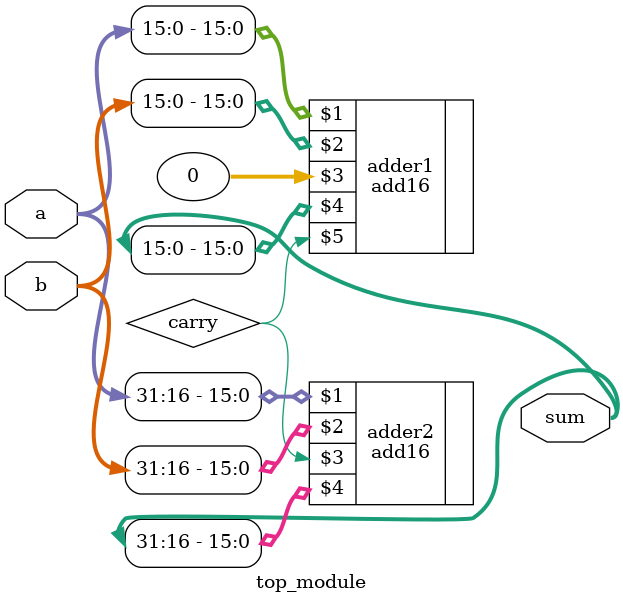
<source format=v>
module top_module(
    input [31:0] a,
    input [31:0] b,
    output [31:0] sum
);
    wire carry;
    add16 adder1(a[15:0],b[15:0],0,sum[15:0],carry);
    add16 adder2(a[31:16],b[31:16],carry,sum[31:16]);
    
endmodule

</source>
